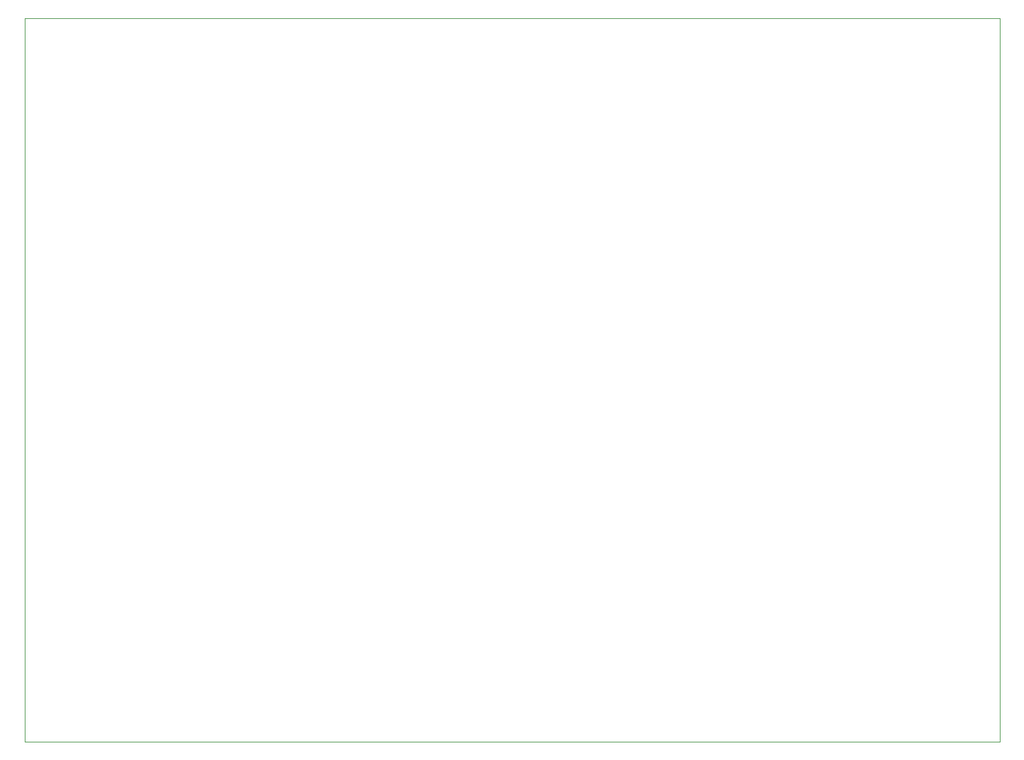
<source format=gbr>
%TF.GenerationSoftware,KiCad,Pcbnew,8.0.2*%
%TF.CreationDate,2024-05-06T20:09:05+02:00*%
%TF.ProjectId,sNs-Block,734e732d-426c-46f6-936b-2e6b69636164,rev?*%
%TF.SameCoordinates,Original*%
%TF.FileFunction,Profile,NP*%
%FSLAX46Y46*%
G04 Gerber Fmt 4.6, Leading zero omitted, Abs format (unit mm)*
G04 Created by KiCad (PCBNEW 8.0.2) date 2024-05-06 20:09:05*
%MOMM*%
%LPD*%
G01*
G04 APERTURE LIST*
%TA.AperFunction,Profile*%
%ADD10C,0.050000*%
%TD*%
G04 APERTURE END LIST*
D10*
X76000000Y-15000000D02*
X202500000Y-15000000D01*
X202500000Y-109000000D01*
X76000000Y-109000000D01*
X76000000Y-15000000D01*
M02*

</source>
